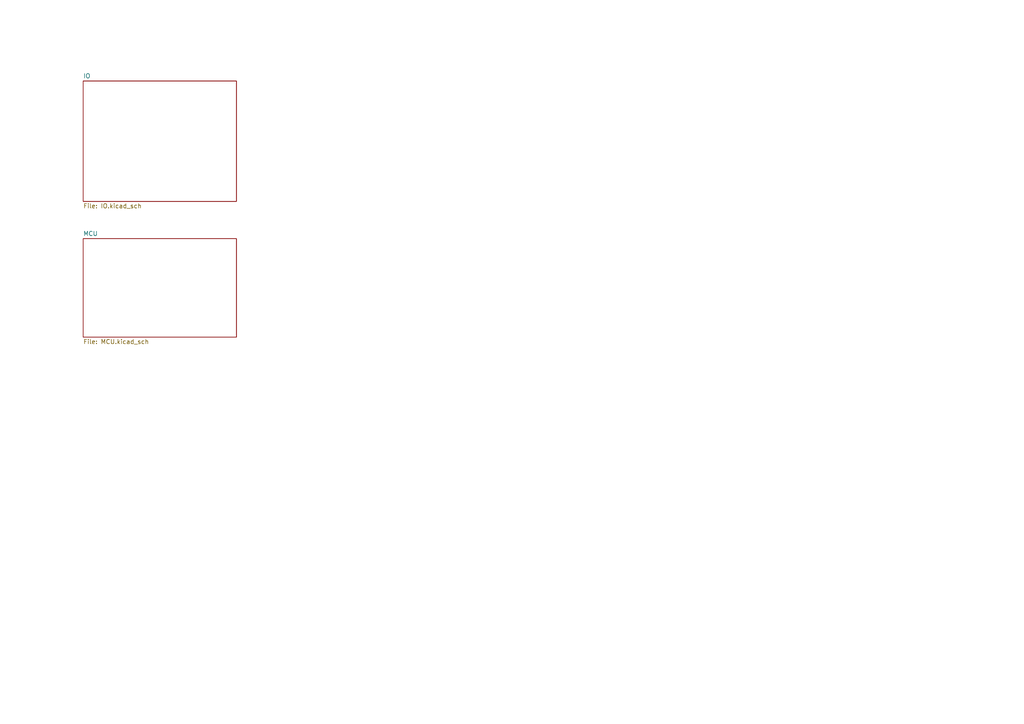
<source format=kicad_sch>
(kicad_sch (version 20230121) (generator eeschema)
  (paper "A4")
  (lib_symbols)
  (sheet (at 24.13 69.215) (size 44.45 28.575) (stroke (width 0.1524))
    (property "Sheetname" "MCU" (at 24.13 68.5034 0) (effects (justify left bottom)))
    (property "Sheetfile" "MCU.kicad_sch" (at 24.13 98.3746 0) (effects (justify left top)))
  )
  (sheet (at 24.13 23.495) (size 44.45 34.925) (stroke (width 0.1524))
    (property "Sheetname" "IO" (at 24.13 22.7834 0) (effects (justify left bottom)))
    (property "Sheetfile" "IO.kicad_sch" (at 24.13 59.0046 0) (effects (justify left top)))
  )
)
</source>
